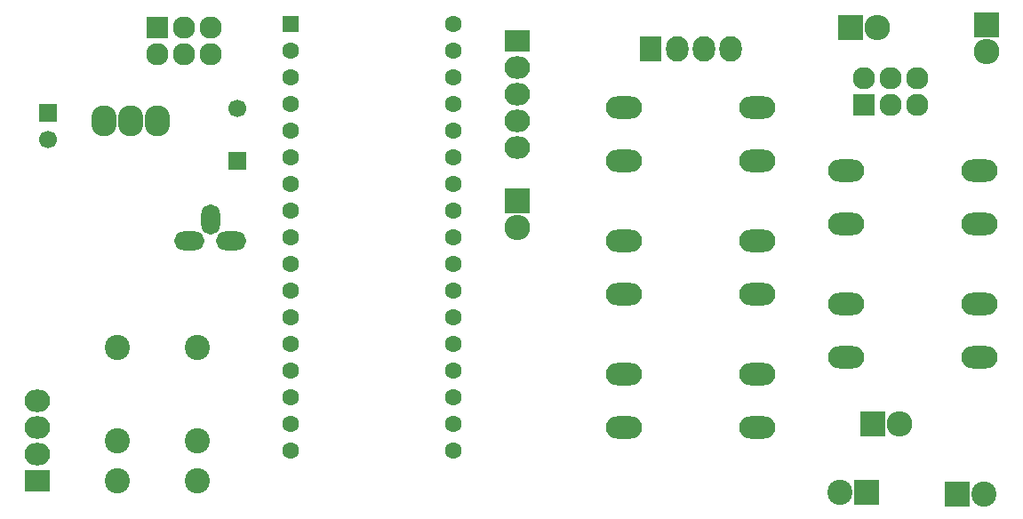
<source format=gbr>
G04 #@! TF.FileFunction,Soldermask,Top*
%FSLAX46Y46*%
G04 Gerber Fmt 4.6, Leading zero omitted, Abs format (unit mm)*
G04 Created by KiCad (PCBNEW 4.0.4-stable) date 2017 July 07, Friday 12:30:10*
%MOMM*%
%LPD*%
G01*
G04 APERTURE LIST*
%ADD10C,0.100000*%
%ADD11O,3.448000X2.127200*%
%ADD12R,2.400000X2.400000*%
%ADD13C,2.400000*%
%ADD14R,1.700000X1.700000*%
%ADD15C,1.700000*%
%ADD16R,2.127200X2.127200*%
%ADD17O,2.127200X2.127200*%
%ADD18R,2.432000X2.432000*%
%ADD19O,2.432000X2.432000*%
%ADD20O,1.800000X2.900000*%
%ADD21O,2.900000X1.800000*%
%ADD22C,2.398980*%
%ADD23O,2.432000X2.940000*%
%ADD24C,1.600000*%
%ADD25R,1.600000X1.600000*%
%ADD26R,2.432000X2.127200*%
%ADD27O,2.432000X2.127200*%
%ADD28R,2.127200X2.432000*%
%ADD29O,2.127200X2.432000*%
G04 APERTURE END LIST*
D10*
D11*
X108775500Y-166050000D03*
X108775500Y-160970000D03*
X121475500Y-166050000D03*
X121475500Y-160970000D03*
X100330000Y-142240000D03*
X100330000Y-147320000D03*
X87630000Y-142240000D03*
X87630000Y-147320000D03*
D12*
X110744000Y-178892200D03*
D13*
X108204000Y-178892200D03*
D14*
X32766000Y-142788000D03*
D15*
X32766000Y-145288000D03*
D14*
X50800000Y-147320000D03*
D15*
X50800000Y-142320000D03*
D12*
X119380000Y-179070000D03*
D13*
X121920000Y-179070000D03*
D16*
X110490000Y-141986000D03*
D17*
X110490000Y-139446000D03*
X113030000Y-141986000D03*
X113030000Y-139446000D03*
X115570000Y-141986000D03*
X115570000Y-139446000D03*
D18*
X111315500Y-172400000D03*
D19*
X113855500Y-172400000D03*
D16*
X43180000Y-134620000D03*
D17*
X43180000Y-137160000D03*
X45720000Y-134620000D03*
X45720000Y-137160000D03*
X48260000Y-134620000D03*
X48260000Y-137160000D03*
D20*
X48260000Y-152940000D03*
D21*
X46260000Y-154940000D03*
X50260000Y-154940000D03*
D22*
X39370000Y-165100000D03*
X46990000Y-165100000D03*
X46990000Y-173990000D03*
X39370000Y-173990000D03*
X46990000Y-177800000D03*
X39370000Y-177800000D03*
D11*
X100330000Y-154940000D03*
X100330000Y-160020000D03*
X87630000Y-154940000D03*
X87630000Y-160020000D03*
X100330000Y-167640000D03*
X100330000Y-172720000D03*
X87630000Y-167640000D03*
X87630000Y-172720000D03*
X108775500Y-153350000D03*
X108775500Y-148270000D03*
X121475500Y-153350000D03*
X121475500Y-148270000D03*
D23*
X40640000Y-143510000D03*
X43180000Y-143510000D03*
X38100000Y-143510000D03*
D24*
X71356000Y-134310000D03*
X71356000Y-136850000D03*
X71356000Y-139390000D03*
X71356000Y-141930000D03*
X71356000Y-144470000D03*
X71356000Y-147010000D03*
X71356000Y-149550000D03*
X71356000Y-152090000D03*
X71356000Y-154630000D03*
X71356000Y-157170000D03*
X71356000Y-159710000D03*
X71356000Y-162250000D03*
X71356000Y-164790000D03*
X71356000Y-167330000D03*
X71356000Y-169870000D03*
X71356000Y-172410000D03*
X71356000Y-174950000D03*
D25*
X55864000Y-134310000D03*
D24*
X55864000Y-136850000D03*
X55864000Y-139390000D03*
X55864000Y-141930000D03*
X55864000Y-144470000D03*
X55864000Y-147010000D03*
X55864000Y-149550000D03*
X55864000Y-152090000D03*
X55864000Y-154630000D03*
X55864000Y-157170000D03*
X55864000Y-159710000D03*
X55864000Y-162250000D03*
X55864000Y-164790000D03*
X55864000Y-167330000D03*
X55864000Y-169870000D03*
X55864000Y-172410000D03*
X55864000Y-174950000D03*
D18*
X77470000Y-151130000D03*
D19*
X77470000Y-153670000D03*
D26*
X77470000Y-135890000D03*
D27*
X77470000Y-138430000D03*
X77470000Y-140970000D03*
X77470000Y-143510000D03*
X77470000Y-146050000D03*
D18*
X109245400Y-134658100D03*
D19*
X111785400Y-134658100D03*
D18*
X122174000Y-134366000D03*
D19*
X122174000Y-136906000D03*
D26*
X31750000Y-177800000D03*
D27*
X31750000Y-175260000D03*
X31750000Y-172720000D03*
X31750000Y-170180000D03*
D28*
X90170000Y-136652000D03*
D29*
X92710000Y-136652000D03*
X95250000Y-136652000D03*
X97790000Y-136652000D03*
M02*

</source>
